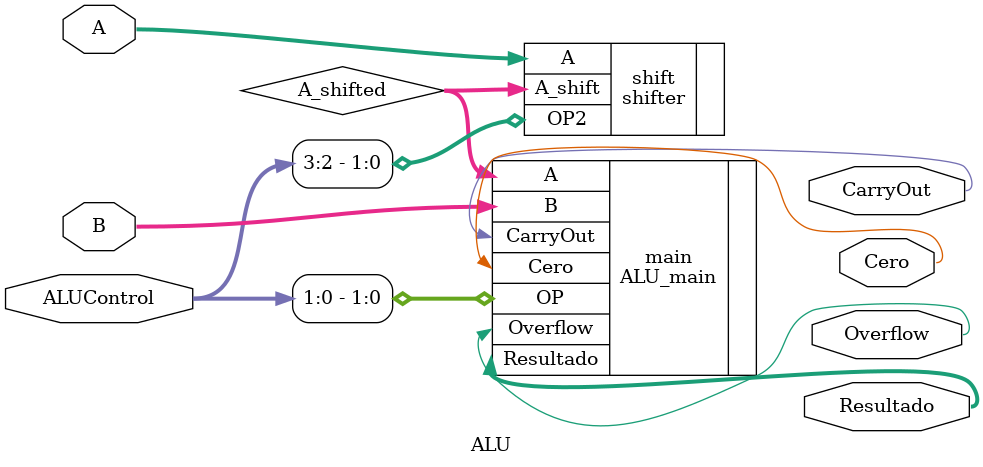
<source format=sv>
`timescale 1ns / 1ps

module ALU (
    input  logic [6:0] A, B,
    input  logic [3:0] ALUControl,   // bits [3:2] de shift y bits [1:0] de op
    output logic [7:0] Resultado,
    output logic CarryOut, Overflow, Cero
);
    logic [6:0] A_shifted;

    // shifter
    shifter shift (
        .A(A),
        .OP2(ALUControl[3:2]),
        .A_shift(A_shifted)
    );

    // ALU
    ALU_main main (
        .A(A_shifted),
        .B(B),
        .OP(ALUControl[1:0]),
        .Resultado(Resultado),
        .CarryOut(CarryOut),
        .Overflow(Overflow),
        .Cero(Cero)
    );
endmodule

</source>
